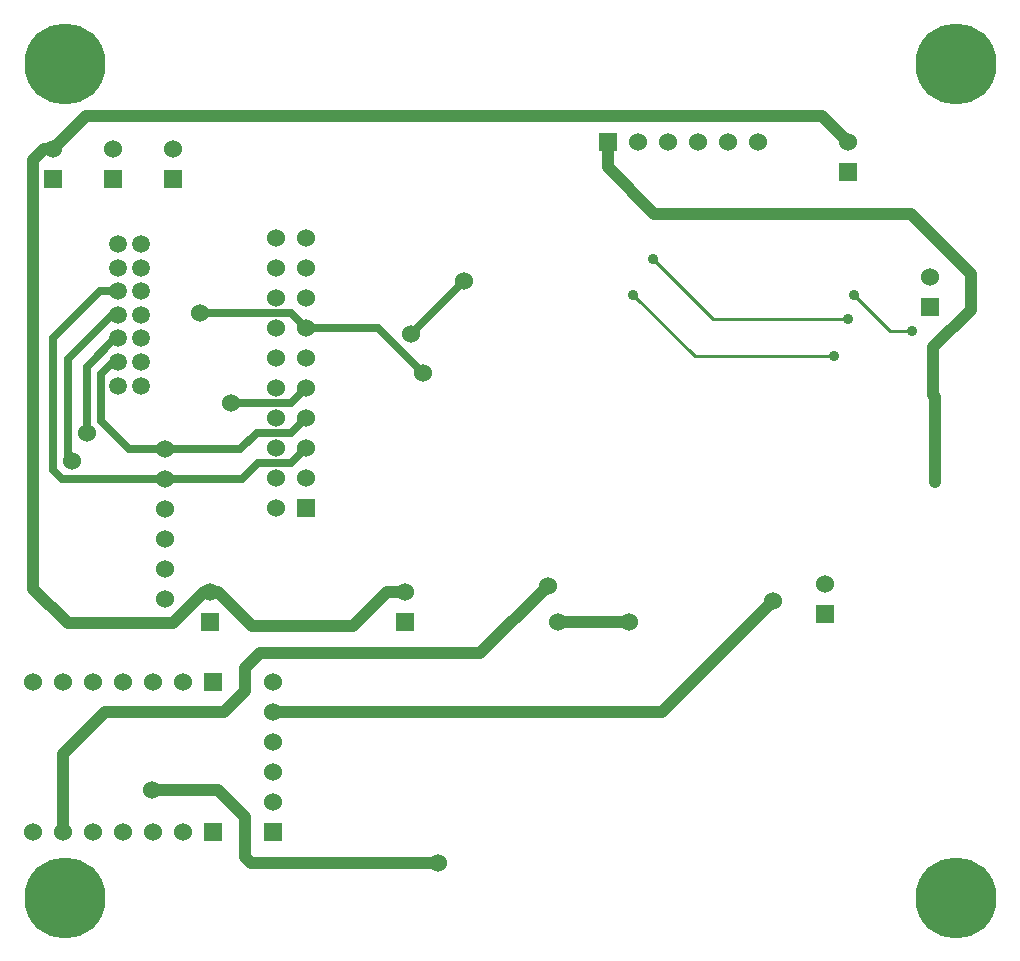
<source format=gbl>
G04 start of page 3 for group 5 idx 5 *
G04 Title: (unknown), bottom *
G04 Creator: pcb 20110918 *
G04 CreationDate: Thu Aug 28 18:43:41 2014 UTC *
G04 For: fosse *
G04 Format: Gerber/RS-274X *
G04 PCB-Dimensions: 348000 372000 *
G04 PCB-Coordinate-Origin: lower left *
%MOIN*%
%FSLAX25Y25*%
%LNBOTTOM*%
%ADD44C,0.0354*%
%ADD43C,0.0420*%
%ADD42C,0.1285*%
%ADD41C,0.0380*%
%ADD40C,0.0350*%
%ADD39C,0.0200*%
%ADD38C,0.0360*%
%ADD37C,0.0591*%
%ADD36C,0.2700*%
%ADD35C,0.0001*%
%ADD34C,0.0600*%
%ADD33C,0.0100*%
%ADD32C,0.0250*%
%ADD31C,0.0400*%
G54D31*X26000Y320500D02*X23000D01*
X19500Y317000D01*
Y174000D01*
G54D32*X26000Y257500D02*Y224500D01*
Y257500D02*Y213500D01*
G54D31*X29500Y93000D02*Y119000D01*
X78500Y173000D02*X81000D01*
X92500Y161500D01*
X126000D01*
X19500Y174000D02*X31000Y162500D01*
X66000D01*
X76500Y173000D01*
X78000D01*
X43500Y133000D02*X83000D01*
X59000Y107000D02*X81000D01*
X90000Y98000D01*
Y84500D01*
X92000Y82500D01*
X154500D01*
X83000Y133000D02*X90000Y140000D01*
Y147500D01*
X95000Y152500D01*
G54D32*X145500Y259000D02*X163000Y276500D01*
X110500Y261000D02*X134500D01*
X149500Y246000D01*
X75000Y266000D02*X105500D01*
X110500Y261000D01*
G54D31*X37000Y331500D02*X282500D01*
G54D32*X47626Y249504D02*X46004D01*
X42000Y245500D01*
X47626Y257378D02*X46878D01*
X37500Y248000D01*
X47626Y265252D02*X45752D01*
X31000Y250500D01*
X47626Y273126D02*X41626D01*
X26000Y257500D01*
G54D31*Y320500D02*X37000Y331500D01*
G54D32*X37500Y248000D02*Y232500D01*
X42000Y245500D02*Y230000D01*
X37500Y233000D02*Y226000D01*
G54D31*X29500Y119000D02*X43500Y133000D01*
G54D32*X31000Y250500D02*Y218000D01*
X42000Y230000D02*X51500Y220500D01*
X26000Y213500D02*X29000Y210500D01*
X89000D01*
X31000Y218000D02*X32500Y216500D01*
X51500Y220500D02*X88500D01*
X94000Y226000D01*
X105500D01*
X110500Y231000D01*
X89000Y210500D02*X94500Y216000D01*
X105500D01*
X110500Y221000D01*
X85500Y236000D02*X105500D01*
X110500Y241000D01*
G54D31*X126000Y161500D02*X137500Y173000D01*
X143500D01*
X95000Y152500D02*X168500D01*
X191000Y175000D01*
X99500Y133000D02*X229000D01*
X266000Y170000D01*
X194500Y163000D02*X218000D01*
X320000Y209500D02*Y238000D01*
X319500Y238500D01*
Y254500D01*
X332000Y267000D01*
G54D33*X312500Y260000D02*X305000D01*
X293000Y272000D01*
G54D31*X332000Y267000D02*Y279000D01*
X312000Y299000D01*
X226500D01*
X211000Y314500D01*
Y323000D01*
G54D33*X291000Y264000D02*X246000D01*
X226000Y284000D01*
X286500Y251500D02*X240000D01*
X219500Y272000D01*
G54D31*X282500Y331500D02*X291000Y323000D01*
G54D34*X110500Y241000D03*
G54D35*G36*
X315500Y271000D02*Y265000D01*
X321500D01*
Y271000D01*
X315500D01*
G37*
G54D34*X318500Y278000D03*
G54D35*G36*
X208000Y326000D02*Y320000D01*
X214000D01*
Y326000D01*
X208000D01*
G37*
G54D34*X221000Y323000D03*
X231000D03*
X241000D03*
G54D36*X327000Y349000D03*
G54D34*X251000Y323000D03*
X261000D03*
G54D35*G36*
X288000Y316000D02*Y310000D01*
X294000D01*
Y316000D01*
X288000D01*
G37*
G54D34*X291000Y323000D03*
G54D35*G36*
X280500Y168500D02*Y162500D01*
X286500D01*
Y168500D01*
X280500D01*
G37*
G54D34*X283500Y175500D03*
X110500Y221000D03*
X100500D03*
X110500Y231000D03*
X100500D03*
Y241000D03*
X110500Y251000D03*
Y261000D03*
Y271000D03*
Y281000D03*
Y291000D03*
X100500Y251000D03*
Y261000D03*
Y271000D03*
Y281000D03*
Y291000D03*
G54D35*G36*
X107500Y204000D02*Y198000D01*
X113500D01*
Y204000D01*
X107500D01*
G37*
G54D34*X100500Y201000D03*
X110500Y211000D03*
X100500D03*
G54D35*G36*
X140500Y166000D02*Y160000D01*
X146500D01*
Y166000D01*
X140500D01*
G37*
G54D34*X143500Y173000D03*
G54D35*G36*
X75500Y166000D02*Y160000D01*
X81500D01*
Y166000D01*
X75500D01*
G37*
G54D34*X78500Y173000D03*
X63500Y170500D03*
Y180500D03*
Y190500D03*
Y200500D03*
Y210500D03*
Y220500D03*
G54D37*X47626Y241630D03*
Y249504D03*
X55500Y241630D03*
Y249504D03*
X47626Y257378D03*
X55500D03*
X47626Y265252D03*
Y273126D03*
Y281000D03*
X55500Y265252D03*
Y273126D03*
Y281000D03*
Y288874D03*
G54D35*G36*
X63000Y313500D02*Y307500D01*
X69000D01*
Y313500D01*
X63000D01*
G37*
G54D34*X66000Y320500D03*
G54D37*X47626Y288874D03*
G54D35*G36*
X43000Y313500D02*Y307500D01*
X49000D01*
Y313500D01*
X43000D01*
G37*
G54D34*X46000Y320500D03*
G54D35*G36*
X23000Y313500D02*Y307500D01*
X29000D01*
Y313500D01*
X23000D01*
G37*
G54D34*X26000Y320500D03*
G54D36*X30000Y349000D03*
G54D35*G36*
X76500Y96000D02*Y90000D01*
X82500D01*
Y96000D01*
X76500D01*
G37*
G36*
Y146000D02*Y140000D01*
X82500D01*
Y146000D01*
X76500D01*
G37*
G54D34*X69500Y93000D03*
X59500D03*
X49500D03*
X39500D03*
X29500D03*
X19500D03*
G54D36*X30000Y71000D03*
G54D34*X69500Y143000D03*
X59500D03*
X49500D03*
X39500D03*
X29500D03*
X19500D03*
G54D35*G36*
X96500Y96000D02*Y90000D01*
X102500D01*
Y96000D01*
X96500D01*
G37*
G54D36*X327000Y71000D03*
G54D34*X99500Y103000D03*
Y113000D03*
Y123000D03*
Y133000D03*
Y143000D03*
G54D38*X226000Y284000D03*
X219500Y272000D03*
G54D34*X218000Y163000D03*
G54D38*X320000Y209500D03*
X319500Y238500D03*
X291000Y264000D03*
X312500Y260000D03*
X293000Y272000D03*
X286500Y251500D03*
G54D34*X266000Y170000D03*
X145500Y259000D03*
X75000Y266000D03*
X163000Y276500D03*
X191000Y175000D03*
X194500Y163000D03*
X149500Y246000D03*
X32500Y216500D03*
X37500Y226000D03*
X85500Y236000D03*
X59000Y107000D03*
X154500Y82500D03*
G54D39*G54D40*G54D39*G54D40*G54D31*G54D41*G54D42*G54D41*G54D31*G54D41*G54D43*G54D44*G54D41*G54D44*G54D41*G54D42*G54D41*G54D42*G54D41*G54D42*G54D41*M02*

</source>
